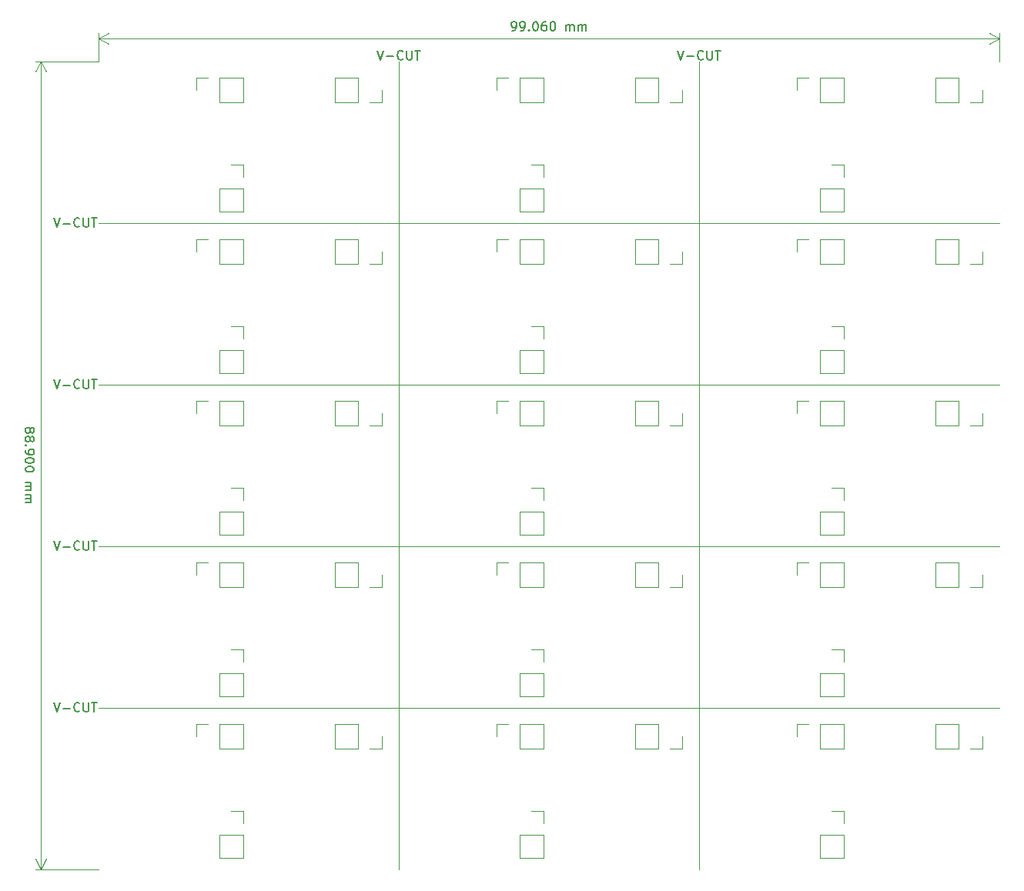
<source format=gbo>
G04 #@! TF.GenerationSoftware,KiCad,Pcbnew,(5.1.6)-1*
G04 #@! TF.CreationDate,2020-06-25T08:23:36+09:00*
G04 #@! TF.ProjectId,AND___,414e4462-d851-42e6-9b69-6361645f7063,rev?*
G04 #@! TF.SameCoordinates,Original*
G04 #@! TF.FileFunction,Legend,Bot*
G04 #@! TF.FilePolarity,Positive*
%FSLAX46Y46*%
G04 Gerber Fmt 4.6, Leading zero omitted, Abs format (unit mm)*
G04 Created by KiCad (PCBNEW (5.1.6)-1) date 2020-06-25 08:23:36*
%MOMM*%
%LPD*%
G01*
G04 APERTURE LIST*
%ADD10C,0.150000*%
%ADD11C,0.120000*%
G04 APERTURE END LIST*
D10*
X40759047Y-81137619D02*
X40806666Y-81042380D01*
X40854285Y-80994761D01*
X40949523Y-80947142D01*
X40997142Y-80947142D01*
X41092380Y-80994761D01*
X41140000Y-81042380D01*
X41187619Y-81137619D01*
X41187619Y-81328095D01*
X41140000Y-81423333D01*
X41092380Y-81470952D01*
X40997142Y-81518571D01*
X40949523Y-81518571D01*
X40854285Y-81470952D01*
X40806666Y-81423333D01*
X40759047Y-81328095D01*
X40759047Y-81137619D01*
X40711428Y-81042380D01*
X40663809Y-80994761D01*
X40568571Y-80947142D01*
X40378095Y-80947142D01*
X40282857Y-80994761D01*
X40235238Y-81042380D01*
X40187619Y-81137619D01*
X40187619Y-81328095D01*
X40235238Y-81423333D01*
X40282857Y-81470952D01*
X40378095Y-81518571D01*
X40568571Y-81518571D01*
X40663809Y-81470952D01*
X40711428Y-81423333D01*
X40759047Y-81328095D01*
X40759047Y-82090000D02*
X40806666Y-81994761D01*
X40854285Y-81947142D01*
X40949523Y-81899523D01*
X40997142Y-81899523D01*
X41092380Y-81947142D01*
X41140000Y-81994761D01*
X41187619Y-82090000D01*
X41187619Y-82280476D01*
X41140000Y-82375714D01*
X41092380Y-82423333D01*
X40997142Y-82470952D01*
X40949523Y-82470952D01*
X40854285Y-82423333D01*
X40806666Y-82375714D01*
X40759047Y-82280476D01*
X40759047Y-82090000D01*
X40711428Y-81994761D01*
X40663809Y-81947142D01*
X40568571Y-81899523D01*
X40378095Y-81899523D01*
X40282857Y-81947142D01*
X40235238Y-81994761D01*
X40187619Y-82090000D01*
X40187619Y-82280476D01*
X40235238Y-82375714D01*
X40282857Y-82423333D01*
X40378095Y-82470952D01*
X40568571Y-82470952D01*
X40663809Y-82423333D01*
X40711428Y-82375714D01*
X40759047Y-82280476D01*
X40282857Y-82899523D02*
X40235238Y-82947142D01*
X40187619Y-82899523D01*
X40235238Y-82851904D01*
X40282857Y-82899523D01*
X40187619Y-82899523D01*
X40187619Y-83423333D02*
X40187619Y-83613809D01*
X40235238Y-83709047D01*
X40282857Y-83756666D01*
X40425714Y-83851904D01*
X40616190Y-83899523D01*
X40997142Y-83899523D01*
X41092380Y-83851904D01*
X41140000Y-83804285D01*
X41187619Y-83709047D01*
X41187619Y-83518571D01*
X41140000Y-83423333D01*
X41092380Y-83375714D01*
X40997142Y-83328095D01*
X40759047Y-83328095D01*
X40663809Y-83375714D01*
X40616190Y-83423333D01*
X40568571Y-83518571D01*
X40568571Y-83709047D01*
X40616190Y-83804285D01*
X40663809Y-83851904D01*
X40759047Y-83899523D01*
X41187619Y-84518571D02*
X41187619Y-84613809D01*
X41140000Y-84709047D01*
X41092380Y-84756666D01*
X40997142Y-84804285D01*
X40806666Y-84851904D01*
X40568571Y-84851904D01*
X40378095Y-84804285D01*
X40282857Y-84756666D01*
X40235238Y-84709047D01*
X40187619Y-84613809D01*
X40187619Y-84518571D01*
X40235238Y-84423333D01*
X40282857Y-84375714D01*
X40378095Y-84328095D01*
X40568571Y-84280476D01*
X40806666Y-84280476D01*
X40997142Y-84328095D01*
X41092380Y-84375714D01*
X41140000Y-84423333D01*
X41187619Y-84518571D01*
X41187619Y-85470952D02*
X41187619Y-85566190D01*
X41140000Y-85661428D01*
X41092380Y-85709047D01*
X40997142Y-85756666D01*
X40806666Y-85804285D01*
X40568571Y-85804285D01*
X40378095Y-85756666D01*
X40282857Y-85709047D01*
X40235238Y-85661428D01*
X40187619Y-85566190D01*
X40187619Y-85470952D01*
X40235238Y-85375714D01*
X40282857Y-85328095D01*
X40378095Y-85280476D01*
X40568571Y-85232857D01*
X40806666Y-85232857D01*
X40997142Y-85280476D01*
X41092380Y-85328095D01*
X41140000Y-85375714D01*
X41187619Y-85470952D01*
X40187619Y-86994761D02*
X40854285Y-86994761D01*
X40759047Y-86994761D02*
X40806666Y-87042380D01*
X40854285Y-87137619D01*
X40854285Y-87280476D01*
X40806666Y-87375714D01*
X40711428Y-87423333D01*
X40187619Y-87423333D01*
X40711428Y-87423333D02*
X40806666Y-87470952D01*
X40854285Y-87566190D01*
X40854285Y-87709047D01*
X40806666Y-87804285D01*
X40711428Y-87851904D01*
X40187619Y-87851904D01*
X40187619Y-88328095D02*
X40854285Y-88328095D01*
X40759047Y-88328095D02*
X40806666Y-88375714D01*
X40854285Y-88470952D01*
X40854285Y-88613809D01*
X40806666Y-88709047D01*
X40711428Y-88756666D01*
X40187619Y-88756666D01*
X40711428Y-88756666D02*
X40806666Y-88804285D01*
X40854285Y-88899523D01*
X40854285Y-89042380D01*
X40806666Y-89137619D01*
X40711428Y-89185238D01*
X40187619Y-89185238D01*
D11*
X41910000Y-40640000D02*
X41910000Y-129540000D01*
X48260000Y-40640000D02*
X41323579Y-40640000D01*
X48260000Y-129540000D02*
X41323579Y-129540000D01*
X41910000Y-129540000D02*
X41323579Y-128413496D01*
X41910000Y-129540000D02*
X42496421Y-128413496D01*
X41910000Y-40640000D02*
X41323579Y-41766504D01*
X41910000Y-40640000D02*
X42496421Y-41766504D01*
D10*
X93742380Y-37282380D02*
X93932857Y-37282380D01*
X94028095Y-37234761D01*
X94075714Y-37187142D01*
X94170952Y-37044285D01*
X94218571Y-36853809D01*
X94218571Y-36472857D01*
X94170952Y-36377619D01*
X94123333Y-36330000D01*
X94028095Y-36282380D01*
X93837619Y-36282380D01*
X93742380Y-36330000D01*
X93694761Y-36377619D01*
X93647142Y-36472857D01*
X93647142Y-36710952D01*
X93694761Y-36806190D01*
X93742380Y-36853809D01*
X93837619Y-36901428D01*
X94028095Y-36901428D01*
X94123333Y-36853809D01*
X94170952Y-36806190D01*
X94218571Y-36710952D01*
X94694761Y-37282380D02*
X94885238Y-37282380D01*
X94980476Y-37234761D01*
X95028095Y-37187142D01*
X95123333Y-37044285D01*
X95170952Y-36853809D01*
X95170952Y-36472857D01*
X95123333Y-36377619D01*
X95075714Y-36330000D01*
X94980476Y-36282380D01*
X94790000Y-36282380D01*
X94694761Y-36330000D01*
X94647142Y-36377619D01*
X94599523Y-36472857D01*
X94599523Y-36710952D01*
X94647142Y-36806190D01*
X94694761Y-36853809D01*
X94790000Y-36901428D01*
X94980476Y-36901428D01*
X95075714Y-36853809D01*
X95123333Y-36806190D01*
X95170952Y-36710952D01*
X95599523Y-37187142D02*
X95647142Y-37234761D01*
X95599523Y-37282380D01*
X95551904Y-37234761D01*
X95599523Y-37187142D01*
X95599523Y-37282380D01*
X96266190Y-36282380D02*
X96361428Y-36282380D01*
X96456666Y-36330000D01*
X96504285Y-36377619D01*
X96551904Y-36472857D01*
X96599523Y-36663333D01*
X96599523Y-36901428D01*
X96551904Y-37091904D01*
X96504285Y-37187142D01*
X96456666Y-37234761D01*
X96361428Y-37282380D01*
X96266190Y-37282380D01*
X96170952Y-37234761D01*
X96123333Y-37187142D01*
X96075714Y-37091904D01*
X96028095Y-36901428D01*
X96028095Y-36663333D01*
X96075714Y-36472857D01*
X96123333Y-36377619D01*
X96170952Y-36330000D01*
X96266190Y-36282380D01*
X97456666Y-36282380D02*
X97266190Y-36282380D01*
X97170952Y-36330000D01*
X97123333Y-36377619D01*
X97028095Y-36520476D01*
X96980476Y-36710952D01*
X96980476Y-37091904D01*
X97028095Y-37187142D01*
X97075714Y-37234761D01*
X97170952Y-37282380D01*
X97361428Y-37282380D01*
X97456666Y-37234761D01*
X97504285Y-37187142D01*
X97551904Y-37091904D01*
X97551904Y-36853809D01*
X97504285Y-36758571D01*
X97456666Y-36710952D01*
X97361428Y-36663333D01*
X97170952Y-36663333D01*
X97075714Y-36710952D01*
X97028095Y-36758571D01*
X96980476Y-36853809D01*
X98170952Y-36282380D02*
X98266190Y-36282380D01*
X98361428Y-36330000D01*
X98409047Y-36377619D01*
X98456666Y-36472857D01*
X98504285Y-36663333D01*
X98504285Y-36901428D01*
X98456666Y-37091904D01*
X98409047Y-37187142D01*
X98361428Y-37234761D01*
X98266190Y-37282380D01*
X98170952Y-37282380D01*
X98075714Y-37234761D01*
X98028095Y-37187142D01*
X97980476Y-37091904D01*
X97932857Y-36901428D01*
X97932857Y-36663333D01*
X97980476Y-36472857D01*
X98028095Y-36377619D01*
X98075714Y-36330000D01*
X98170952Y-36282380D01*
X99694761Y-37282380D02*
X99694761Y-36615714D01*
X99694761Y-36710952D02*
X99742380Y-36663333D01*
X99837619Y-36615714D01*
X99980476Y-36615714D01*
X100075714Y-36663333D01*
X100123333Y-36758571D01*
X100123333Y-37282380D01*
X100123333Y-36758571D02*
X100170952Y-36663333D01*
X100266190Y-36615714D01*
X100409047Y-36615714D01*
X100504285Y-36663333D01*
X100551904Y-36758571D01*
X100551904Y-37282380D01*
X101028095Y-37282380D02*
X101028095Y-36615714D01*
X101028095Y-36710952D02*
X101075714Y-36663333D01*
X101170952Y-36615714D01*
X101313809Y-36615714D01*
X101409047Y-36663333D01*
X101456666Y-36758571D01*
X101456666Y-37282380D01*
X101456666Y-36758571D02*
X101504285Y-36663333D01*
X101599523Y-36615714D01*
X101742380Y-36615714D01*
X101837619Y-36663333D01*
X101885238Y-36758571D01*
X101885238Y-37282380D01*
D11*
X48260000Y-38100000D02*
X147320000Y-38100000D01*
X48260000Y-40640000D02*
X48260000Y-37513579D01*
X147320000Y-40640000D02*
X147320000Y-37513579D01*
X147320000Y-38100000D02*
X146193496Y-38686421D01*
X147320000Y-38100000D02*
X146193496Y-37513579D01*
X48260000Y-38100000D02*
X49386504Y-38686421D01*
X48260000Y-38100000D02*
X49386504Y-37513579D01*
D10*
X43362857Y-111212380D02*
X43696190Y-112212380D01*
X44029523Y-111212380D01*
X44362857Y-111831428D02*
X45124761Y-111831428D01*
X46172380Y-112117142D02*
X46124761Y-112164761D01*
X45981904Y-112212380D01*
X45886666Y-112212380D01*
X45743809Y-112164761D01*
X45648571Y-112069523D01*
X45600952Y-111974285D01*
X45553333Y-111783809D01*
X45553333Y-111640952D01*
X45600952Y-111450476D01*
X45648571Y-111355238D01*
X45743809Y-111260000D01*
X45886666Y-111212380D01*
X45981904Y-111212380D01*
X46124761Y-111260000D01*
X46172380Y-111307619D01*
X46600952Y-111212380D02*
X46600952Y-112021904D01*
X46648571Y-112117142D01*
X46696190Y-112164761D01*
X46791428Y-112212380D01*
X46981904Y-112212380D01*
X47077142Y-112164761D01*
X47124761Y-112117142D01*
X47172380Y-112021904D01*
X47172380Y-111212380D01*
X47505714Y-111212380D02*
X48077142Y-111212380D01*
X47791428Y-112212380D02*
X47791428Y-111212380D01*
X43362857Y-93432380D02*
X43696190Y-94432380D01*
X44029523Y-93432380D01*
X44362857Y-94051428D02*
X45124761Y-94051428D01*
X46172380Y-94337142D02*
X46124761Y-94384761D01*
X45981904Y-94432380D01*
X45886666Y-94432380D01*
X45743809Y-94384761D01*
X45648571Y-94289523D01*
X45600952Y-94194285D01*
X45553333Y-94003809D01*
X45553333Y-93860952D01*
X45600952Y-93670476D01*
X45648571Y-93575238D01*
X45743809Y-93480000D01*
X45886666Y-93432380D01*
X45981904Y-93432380D01*
X46124761Y-93480000D01*
X46172380Y-93527619D01*
X46600952Y-93432380D02*
X46600952Y-94241904D01*
X46648571Y-94337142D01*
X46696190Y-94384761D01*
X46791428Y-94432380D01*
X46981904Y-94432380D01*
X47077142Y-94384761D01*
X47124761Y-94337142D01*
X47172380Y-94241904D01*
X47172380Y-93432380D01*
X47505714Y-93432380D02*
X48077142Y-93432380D01*
X47791428Y-94432380D02*
X47791428Y-93432380D01*
X43362857Y-75652380D02*
X43696190Y-76652380D01*
X44029523Y-75652380D01*
X44362857Y-76271428D02*
X45124761Y-76271428D01*
X46172380Y-76557142D02*
X46124761Y-76604761D01*
X45981904Y-76652380D01*
X45886666Y-76652380D01*
X45743809Y-76604761D01*
X45648571Y-76509523D01*
X45600952Y-76414285D01*
X45553333Y-76223809D01*
X45553333Y-76080952D01*
X45600952Y-75890476D01*
X45648571Y-75795238D01*
X45743809Y-75700000D01*
X45886666Y-75652380D01*
X45981904Y-75652380D01*
X46124761Y-75700000D01*
X46172380Y-75747619D01*
X46600952Y-75652380D02*
X46600952Y-76461904D01*
X46648571Y-76557142D01*
X46696190Y-76604761D01*
X46791428Y-76652380D01*
X46981904Y-76652380D01*
X47077142Y-76604761D01*
X47124761Y-76557142D01*
X47172380Y-76461904D01*
X47172380Y-75652380D01*
X47505714Y-75652380D02*
X48077142Y-75652380D01*
X47791428Y-76652380D02*
X47791428Y-75652380D01*
X43362857Y-57872380D02*
X43696190Y-58872380D01*
X44029523Y-57872380D01*
X44362857Y-58491428D02*
X45124761Y-58491428D01*
X46172380Y-58777142D02*
X46124761Y-58824761D01*
X45981904Y-58872380D01*
X45886666Y-58872380D01*
X45743809Y-58824761D01*
X45648571Y-58729523D01*
X45600952Y-58634285D01*
X45553333Y-58443809D01*
X45553333Y-58300952D01*
X45600952Y-58110476D01*
X45648571Y-58015238D01*
X45743809Y-57920000D01*
X45886666Y-57872380D01*
X45981904Y-57872380D01*
X46124761Y-57920000D01*
X46172380Y-57967619D01*
X46600952Y-57872380D02*
X46600952Y-58681904D01*
X46648571Y-58777142D01*
X46696190Y-58824761D01*
X46791428Y-58872380D01*
X46981904Y-58872380D01*
X47077142Y-58824761D01*
X47124761Y-58777142D01*
X47172380Y-58681904D01*
X47172380Y-57872380D01*
X47505714Y-57872380D02*
X48077142Y-57872380D01*
X47791428Y-58872380D02*
X47791428Y-57872380D01*
X111942857Y-39457380D02*
X112276190Y-40457380D01*
X112609523Y-39457380D01*
X112942857Y-40076428D02*
X113704761Y-40076428D01*
X114752380Y-40362142D02*
X114704761Y-40409761D01*
X114561904Y-40457380D01*
X114466666Y-40457380D01*
X114323809Y-40409761D01*
X114228571Y-40314523D01*
X114180952Y-40219285D01*
X114133333Y-40028809D01*
X114133333Y-39885952D01*
X114180952Y-39695476D01*
X114228571Y-39600238D01*
X114323809Y-39505000D01*
X114466666Y-39457380D01*
X114561904Y-39457380D01*
X114704761Y-39505000D01*
X114752380Y-39552619D01*
X115180952Y-39457380D02*
X115180952Y-40266904D01*
X115228571Y-40362142D01*
X115276190Y-40409761D01*
X115371428Y-40457380D01*
X115561904Y-40457380D01*
X115657142Y-40409761D01*
X115704761Y-40362142D01*
X115752380Y-40266904D01*
X115752380Y-39457380D01*
X116085714Y-39457380D02*
X116657142Y-39457380D01*
X116371428Y-40457380D02*
X116371428Y-39457380D01*
X78922857Y-39457380D02*
X79256190Y-40457380D01*
X79589523Y-39457380D01*
X79922857Y-40076428D02*
X80684761Y-40076428D01*
X81732380Y-40362142D02*
X81684761Y-40409761D01*
X81541904Y-40457380D01*
X81446666Y-40457380D01*
X81303809Y-40409761D01*
X81208571Y-40314523D01*
X81160952Y-40219285D01*
X81113333Y-40028809D01*
X81113333Y-39885952D01*
X81160952Y-39695476D01*
X81208571Y-39600238D01*
X81303809Y-39505000D01*
X81446666Y-39457380D01*
X81541904Y-39457380D01*
X81684761Y-39505000D01*
X81732380Y-39552619D01*
X82160952Y-39457380D02*
X82160952Y-40266904D01*
X82208571Y-40362142D01*
X82256190Y-40409761D01*
X82351428Y-40457380D01*
X82541904Y-40457380D01*
X82637142Y-40409761D01*
X82684761Y-40362142D01*
X82732380Y-40266904D01*
X82732380Y-39457380D01*
X83065714Y-39457380D02*
X83637142Y-39457380D01*
X83351428Y-40457380D02*
X83351428Y-39457380D01*
D11*
X147320000Y-111760000D02*
X48260000Y-111760000D01*
X48260000Y-93980000D02*
X147320000Y-93980000D01*
X147320000Y-76200000D02*
X48260000Y-76200000D01*
X48260000Y-58420000D02*
X147320000Y-58420000D01*
X114300000Y-129540000D02*
X114300000Y-40640000D01*
X81280000Y-40640000D02*
X81280000Y-129540000D01*
X145475000Y-116230000D02*
X145475000Y-114900000D01*
X144145000Y-116230000D02*
X145475000Y-116230000D01*
X142875000Y-116230000D02*
X142875000Y-113570000D01*
X142875000Y-113570000D02*
X140275000Y-113570000D01*
X142875000Y-116230000D02*
X140275000Y-116230000D01*
X140275000Y-116230000D02*
X140275000Y-113570000D01*
X112455000Y-116230000D02*
X112455000Y-114900000D01*
X111125000Y-116230000D02*
X112455000Y-116230000D01*
X109855000Y-116230000D02*
X109855000Y-113570000D01*
X109855000Y-113570000D02*
X107255000Y-113570000D01*
X109855000Y-116230000D02*
X107255000Y-116230000D01*
X107255000Y-116230000D02*
X107255000Y-113570000D01*
X79435000Y-116230000D02*
X79435000Y-114900000D01*
X78105000Y-116230000D02*
X79435000Y-116230000D01*
X76835000Y-116230000D02*
X76835000Y-113570000D01*
X76835000Y-113570000D02*
X74235000Y-113570000D01*
X76835000Y-116230000D02*
X74235000Y-116230000D01*
X74235000Y-116230000D02*
X74235000Y-113570000D01*
X145475000Y-98450000D02*
X145475000Y-97120000D01*
X144145000Y-98450000D02*
X145475000Y-98450000D01*
X142875000Y-98450000D02*
X142875000Y-95790000D01*
X142875000Y-95790000D02*
X140275000Y-95790000D01*
X142875000Y-98450000D02*
X140275000Y-98450000D01*
X140275000Y-98450000D02*
X140275000Y-95790000D01*
X112455000Y-98450000D02*
X112455000Y-97120000D01*
X111125000Y-98450000D02*
X112455000Y-98450000D01*
X109855000Y-98450000D02*
X109855000Y-95790000D01*
X109855000Y-95790000D02*
X107255000Y-95790000D01*
X109855000Y-98450000D02*
X107255000Y-98450000D01*
X107255000Y-98450000D02*
X107255000Y-95790000D01*
X79435000Y-98450000D02*
X79435000Y-97120000D01*
X78105000Y-98450000D02*
X79435000Y-98450000D01*
X76835000Y-98450000D02*
X76835000Y-95790000D01*
X76835000Y-95790000D02*
X74235000Y-95790000D01*
X76835000Y-98450000D02*
X74235000Y-98450000D01*
X74235000Y-98450000D02*
X74235000Y-95790000D01*
X145475000Y-80670000D02*
X145475000Y-79340000D01*
X144145000Y-80670000D02*
X145475000Y-80670000D01*
X142875000Y-80670000D02*
X142875000Y-78010000D01*
X142875000Y-78010000D02*
X140275000Y-78010000D01*
X142875000Y-80670000D02*
X140275000Y-80670000D01*
X140275000Y-80670000D02*
X140275000Y-78010000D01*
X112455000Y-80670000D02*
X112455000Y-79340000D01*
X111125000Y-80670000D02*
X112455000Y-80670000D01*
X109855000Y-80670000D02*
X109855000Y-78010000D01*
X109855000Y-78010000D02*
X107255000Y-78010000D01*
X109855000Y-80670000D02*
X107255000Y-80670000D01*
X107255000Y-80670000D02*
X107255000Y-78010000D01*
X79435000Y-80670000D02*
X79435000Y-79340000D01*
X78105000Y-80670000D02*
X79435000Y-80670000D01*
X76835000Y-80670000D02*
X76835000Y-78010000D01*
X76835000Y-78010000D02*
X74235000Y-78010000D01*
X76835000Y-80670000D02*
X74235000Y-80670000D01*
X74235000Y-80670000D02*
X74235000Y-78010000D01*
X145475000Y-62890000D02*
X145475000Y-61560000D01*
X144145000Y-62890000D02*
X145475000Y-62890000D01*
X142875000Y-62890000D02*
X142875000Y-60230000D01*
X142875000Y-60230000D02*
X140275000Y-60230000D01*
X142875000Y-62890000D02*
X140275000Y-62890000D01*
X140275000Y-62890000D02*
X140275000Y-60230000D01*
X112455000Y-62890000D02*
X112455000Y-61560000D01*
X111125000Y-62890000D02*
X112455000Y-62890000D01*
X109855000Y-62890000D02*
X109855000Y-60230000D01*
X109855000Y-60230000D02*
X107255000Y-60230000D01*
X109855000Y-62890000D02*
X107255000Y-62890000D01*
X107255000Y-62890000D02*
X107255000Y-60230000D01*
X79435000Y-62890000D02*
X79435000Y-61560000D01*
X78105000Y-62890000D02*
X79435000Y-62890000D01*
X76835000Y-62890000D02*
X76835000Y-60230000D01*
X76835000Y-60230000D02*
X74235000Y-60230000D01*
X76835000Y-62890000D02*
X74235000Y-62890000D01*
X74235000Y-62890000D02*
X74235000Y-60230000D01*
X145475000Y-45110000D02*
X145475000Y-43780000D01*
X144145000Y-45110000D02*
X145475000Y-45110000D01*
X142875000Y-45110000D02*
X142875000Y-42450000D01*
X142875000Y-42450000D02*
X140275000Y-42450000D01*
X142875000Y-45110000D02*
X140275000Y-45110000D01*
X140275000Y-45110000D02*
X140275000Y-42450000D01*
X112455000Y-45110000D02*
X112455000Y-43780000D01*
X111125000Y-45110000D02*
X112455000Y-45110000D01*
X109855000Y-45110000D02*
X109855000Y-42450000D01*
X109855000Y-42450000D02*
X107255000Y-42450000D01*
X109855000Y-45110000D02*
X107255000Y-45110000D01*
X107255000Y-45110000D02*
X107255000Y-42450000D01*
X130235000Y-128330000D02*
X127575000Y-128330000D01*
X130235000Y-125730000D02*
X130235000Y-128330000D01*
X127575000Y-125730000D02*
X127575000Y-128330000D01*
X130235000Y-125730000D02*
X127575000Y-125730000D01*
X130235000Y-124460000D02*
X130235000Y-123130000D01*
X130235000Y-123130000D02*
X128905000Y-123130000D01*
X97215000Y-128330000D02*
X94555000Y-128330000D01*
X97215000Y-125730000D02*
X97215000Y-128330000D01*
X94555000Y-125730000D02*
X94555000Y-128330000D01*
X97215000Y-125730000D02*
X94555000Y-125730000D01*
X97215000Y-124460000D02*
X97215000Y-123130000D01*
X97215000Y-123130000D02*
X95885000Y-123130000D01*
X64195000Y-128330000D02*
X61535000Y-128330000D01*
X64195000Y-125730000D02*
X64195000Y-128330000D01*
X61535000Y-125730000D02*
X61535000Y-128330000D01*
X64195000Y-125730000D02*
X61535000Y-125730000D01*
X64195000Y-124460000D02*
X64195000Y-123130000D01*
X64195000Y-123130000D02*
X62865000Y-123130000D01*
X130235000Y-110550000D02*
X127575000Y-110550000D01*
X130235000Y-107950000D02*
X130235000Y-110550000D01*
X127575000Y-107950000D02*
X127575000Y-110550000D01*
X130235000Y-107950000D02*
X127575000Y-107950000D01*
X130235000Y-106680000D02*
X130235000Y-105350000D01*
X130235000Y-105350000D02*
X128905000Y-105350000D01*
X97215000Y-110550000D02*
X94555000Y-110550000D01*
X97215000Y-107950000D02*
X97215000Y-110550000D01*
X94555000Y-107950000D02*
X94555000Y-110550000D01*
X97215000Y-107950000D02*
X94555000Y-107950000D01*
X97215000Y-106680000D02*
X97215000Y-105350000D01*
X97215000Y-105350000D02*
X95885000Y-105350000D01*
X64195000Y-110550000D02*
X61535000Y-110550000D01*
X64195000Y-107950000D02*
X64195000Y-110550000D01*
X61535000Y-107950000D02*
X61535000Y-110550000D01*
X64195000Y-107950000D02*
X61535000Y-107950000D01*
X64195000Y-106680000D02*
X64195000Y-105350000D01*
X64195000Y-105350000D02*
X62865000Y-105350000D01*
X130235000Y-92770000D02*
X127575000Y-92770000D01*
X130235000Y-90170000D02*
X130235000Y-92770000D01*
X127575000Y-90170000D02*
X127575000Y-92770000D01*
X130235000Y-90170000D02*
X127575000Y-90170000D01*
X130235000Y-88900000D02*
X130235000Y-87570000D01*
X130235000Y-87570000D02*
X128905000Y-87570000D01*
X97215000Y-92770000D02*
X94555000Y-92770000D01*
X97215000Y-90170000D02*
X97215000Y-92770000D01*
X94555000Y-90170000D02*
X94555000Y-92770000D01*
X97215000Y-90170000D02*
X94555000Y-90170000D01*
X97215000Y-88900000D02*
X97215000Y-87570000D01*
X97215000Y-87570000D02*
X95885000Y-87570000D01*
X64195000Y-92770000D02*
X61535000Y-92770000D01*
X64195000Y-90170000D02*
X64195000Y-92770000D01*
X61535000Y-90170000D02*
X61535000Y-92770000D01*
X64195000Y-90170000D02*
X61535000Y-90170000D01*
X64195000Y-88900000D02*
X64195000Y-87570000D01*
X64195000Y-87570000D02*
X62865000Y-87570000D01*
X130235000Y-74990000D02*
X127575000Y-74990000D01*
X130235000Y-72390000D02*
X130235000Y-74990000D01*
X127575000Y-72390000D02*
X127575000Y-74990000D01*
X130235000Y-72390000D02*
X127575000Y-72390000D01*
X130235000Y-71120000D02*
X130235000Y-69790000D01*
X130235000Y-69790000D02*
X128905000Y-69790000D01*
X97215000Y-74990000D02*
X94555000Y-74990000D01*
X97215000Y-72390000D02*
X97215000Y-74990000D01*
X94555000Y-72390000D02*
X94555000Y-74990000D01*
X97215000Y-72390000D02*
X94555000Y-72390000D01*
X97215000Y-71120000D02*
X97215000Y-69790000D01*
X97215000Y-69790000D02*
X95885000Y-69790000D01*
X64195000Y-74990000D02*
X61535000Y-74990000D01*
X64195000Y-72390000D02*
X64195000Y-74990000D01*
X61535000Y-72390000D02*
X61535000Y-74990000D01*
X64195000Y-72390000D02*
X61535000Y-72390000D01*
X64195000Y-71120000D02*
X64195000Y-69790000D01*
X64195000Y-69790000D02*
X62865000Y-69790000D01*
X130235000Y-57210000D02*
X127575000Y-57210000D01*
X130235000Y-54610000D02*
X130235000Y-57210000D01*
X127575000Y-54610000D02*
X127575000Y-57210000D01*
X130235000Y-54610000D02*
X127575000Y-54610000D01*
X130235000Y-53340000D02*
X130235000Y-52010000D01*
X130235000Y-52010000D02*
X128905000Y-52010000D01*
X97215000Y-57210000D02*
X94555000Y-57210000D01*
X97215000Y-54610000D02*
X97215000Y-57210000D01*
X94555000Y-54610000D02*
X94555000Y-57210000D01*
X97215000Y-54610000D02*
X94555000Y-54610000D01*
X97215000Y-53340000D02*
X97215000Y-52010000D01*
X97215000Y-52010000D02*
X95885000Y-52010000D01*
X130235000Y-113570000D02*
X130235000Y-116230000D01*
X127635000Y-113570000D02*
X130235000Y-113570000D01*
X127635000Y-116230000D02*
X130235000Y-116230000D01*
X127635000Y-113570000D02*
X127635000Y-116230000D01*
X126365000Y-113570000D02*
X125035000Y-113570000D01*
X125035000Y-113570000D02*
X125035000Y-114900000D01*
X97215000Y-113570000D02*
X97215000Y-116230000D01*
X94615000Y-113570000D02*
X97215000Y-113570000D01*
X94615000Y-116230000D02*
X97215000Y-116230000D01*
X94615000Y-113570000D02*
X94615000Y-116230000D01*
X93345000Y-113570000D02*
X92015000Y-113570000D01*
X92015000Y-113570000D02*
X92015000Y-114900000D01*
X64195000Y-113570000D02*
X64195000Y-116230000D01*
X61595000Y-113570000D02*
X64195000Y-113570000D01*
X61595000Y-116230000D02*
X64195000Y-116230000D01*
X61595000Y-113570000D02*
X61595000Y-116230000D01*
X60325000Y-113570000D02*
X58995000Y-113570000D01*
X58995000Y-113570000D02*
X58995000Y-114900000D01*
X130235000Y-95790000D02*
X130235000Y-98450000D01*
X127635000Y-95790000D02*
X130235000Y-95790000D01*
X127635000Y-98450000D02*
X130235000Y-98450000D01*
X127635000Y-95790000D02*
X127635000Y-98450000D01*
X126365000Y-95790000D02*
X125035000Y-95790000D01*
X125035000Y-95790000D02*
X125035000Y-97120000D01*
X97215000Y-95790000D02*
X97215000Y-98450000D01*
X94615000Y-95790000D02*
X97215000Y-95790000D01*
X94615000Y-98450000D02*
X97215000Y-98450000D01*
X94615000Y-95790000D02*
X94615000Y-98450000D01*
X93345000Y-95790000D02*
X92015000Y-95790000D01*
X92015000Y-95790000D02*
X92015000Y-97120000D01*
X64195000Y-95790000D02*
X64195000Y-98450000D01*
X61595000Y-95790000D02*
X64195000Y-95790000D01*
X61595000Y-98450000D02*
X64195000Y-98450000D01*
X61595000Y-95790000D02*
X61595000Y-98450000D01*
X60325000Y-95790000D02*
X58995000Y-95790000D01*
X58995000Y-95790000D02*
X58995000Y-97120000D01*
X130235000Y-78010000D02*
X130235000Y-80670000D01*
X127635000Y-78010000D02*
X130235000Y-78010000D01*
X127635000Y-80670000D02*
X130235000Y-80670000D01*
X127635000Y-78010000D02*
X127635000Y-80670000D01*
X126365000Y-78010000D02*
X125035000Y-78010000D01*
X125035000Y-78010000D02*
X125035000Y-79340000D01*
X97215000Y-78010000D02*
X97215000Y-80670000D01*
X94615000Y-78010000D02*
X97215000Y-78010000D01*
X94615000Y-80670000D02*
X97215000Y-80670000D01*
X94615000Y-78010000D02*
X94615000Y-80670000D01*
X93345000Y-78010000D02*
X92015000Y-78010000D01*
X92015000Y-78010000D02*
X92015000Y-79340000D01*
X64195000Y-78010000D02*
X64195000Y-80670000D01*
X61595000Y-78010000D02*
X64195000Y-78010000D01*
X61595000Y-80670000D02*
X64195000Y-80670000D01*
X61595000Y-78010000D02*
X61595000Y-80670000D01*
X60325000Y-78010000D02*
X58995000Y-78010000D01*
X58995000Y-78010000D02*
X58995000Y-79340000D01*
X130235000Y-60230000D02*
X130235000Y-62890000D01*
X127635000Y-60230000D02*
X130235000Y-60230000D01*
X127635000Y-62890000D02*
X130235000Y-62890000D01*
X127635000Y-60230000D02*
X127635000Y-62890000D01*
X126365000Y-60230000D02*
X125035000Y-60230000D01*
X125035000Y-60230000D02*
X125035000Y-61560000D01*
X97215000Y-60230000D02*
X97215000Y-62890000D01*
X94615000Y-60230000D02*
X97215000Y-60230000D01*
X94615000Y-62890000D02*
X97215000Y-62890000D01*
X94615000Y-60230000D02*
X94615000Y-62890000D01*
X93345000Y-60230000D02*
X92015000Y-60230000D01*
X92015000Y-60230000D02*
X92015000Y-61560000D01*
X64195000Y-60230000D02*
X64195000Y-62890000D01*
X61595000Y-60230000D02*
X64195000Y-60230000D01*
X61595000Y-62890000D02*
X64195000Y-62890000D01*
X61595000Y-60230000D02*
X61595000Y-62890000D01*
X60325000Y-60230000D02*
X58995000Y-60230000D01*
X58995000Y-60230000D02*
X58995000Y-61560000D01*
X130235000Y-42450000D02*
X130235000Y-45110000D01*
X127635000Y-42450000D02*
X130235000Y-42450000D01*
X127635000Y-45110000D02*
X130235000Y-45110000D01*
X127635000Y-42450000D02*
X127635000Y-45110000D01*
X126365000Y-42450000D02*
X125035000Y-42450000D01*
X125035000Y-42450000D02*
X125035000Y-43780000D01*
X97215000Y-42450000D02*
X97215000Y-45110000D01*
X94615000Y-42450000D02*
X97215000Y-42450000D01*
X94615000Y-45110000D02*
X97215000Y-45110000D01*
X94615000Y-42450000D02*
X94615000Y-45110000D01*
X93345000Y-42450000D02*
X92015000Y-42450000D01*
X92015000Y-42450000D02*
X92015000Y-43780000D01*
X58995000Y-42450000D02*
X58995000Y-43780000D01*
X60325000Y-42450000D02*
X58995000Y-42450000D01*
X61595000Y-42450000D02*
X61595000Y-45110000D01*
X61595000Y-45110000D02*
X64195000Y-45110000D01*
X61595000Y-42450000D02*
X64195000Y-42450000D01*
X64195000Y-42450000D02*
X64195000Y-45110000D01*
X64195000Y-52010000D02*
X62865000Y-52010000D01*
X64195000Y-53340000D02*
X64195000Y-52010000D01*
X64195000Y-54610000D02*
X61535000Y-54610000D01*
X61535000Y-54610000D02*
X61535000Y-57210000D01*
X64195000Y-54610000D02*
X64195000Y-57210000D01*
X64195000Y-57210000D02*
X61535000Y-57210000D01*
X74235000Y-45110000D02*
X74235000Y-42450000D01*
X76835000Y-45110000D02*
X74235000Y-45110000D01*
X76835000Y-42450000D02*
X74235000Y-42450000D01*
X76835000Y-45110000D02*
X76835000Y-42450000D01*
X78105000Y-45110000D02*
X79435000Y-45110000D01*
X79435000Y-45110000D02*
X79435000Y-43780000D01*
M02*

</source>
